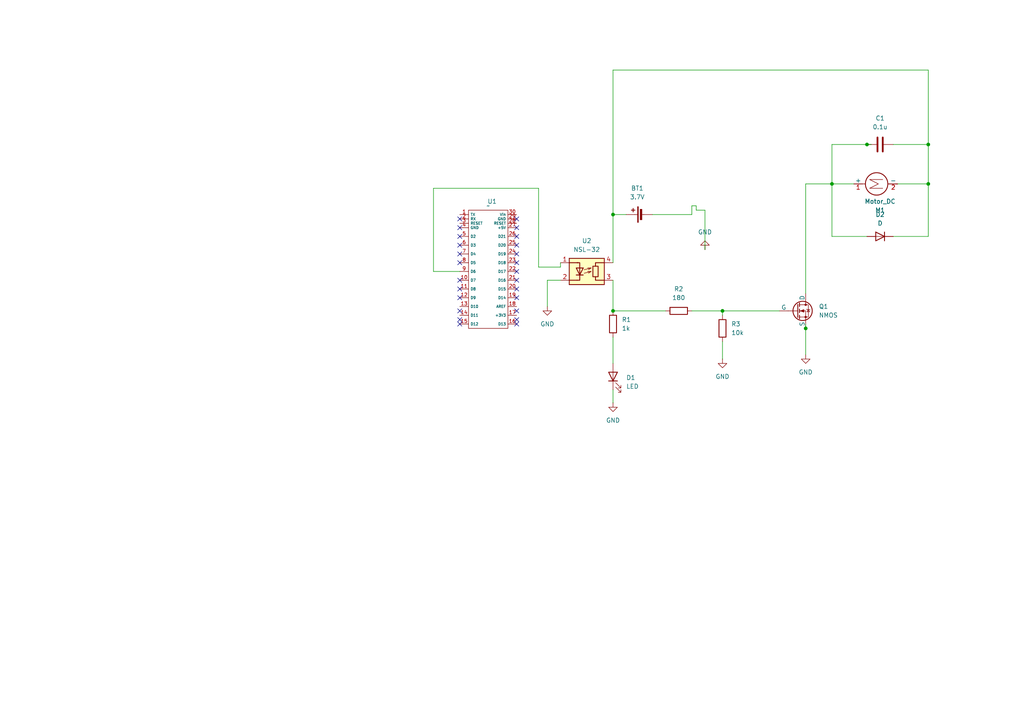
<source format=kicad_sch>
(kicad_sch (version 20231120) (generator "eeschema") (generator_version "8.0")
  (paper "A4")
  (lib_symbols
    (symbol "1_my_custom_symbol_library:arduino_nano"
      (property "Reference" "U1" (at 6.858 20.32 0))
      (property "Value" "~" (at 5.715 19.05 0))
      (symbol "arduino_nano_1_1"
        (text_box "" (at 0 17.78 0) (size 11.43 -34.29) (fill (type color)) (effects (font (size 1.27 1.27)) (justify left top)))
        (pin bidirectional line (at -2.54 16.51 0) (length 2.54) (name "TX") (number "1"))
        (pin bidirectional line (at -2.54 -2.54 0) (length 2.54) (name "D7") (number "10"))
        (pin bidirectional line (at -2.54 -5.08 0) (length 2.54) (name "D8") (number "11"))
        (pin bidirectional line (at -2.54 -7.62 0) (length 2.54) (name "D9") (number "12"))
        (pin bidirectional line (at -2.54 -10.16 0) (length 2.54) (name "D10") (number "13"))
        (pin bidirectional line (at -2.54 -12.7 0) (length 2.54) (name "D11") (number "14"))
        (pin bidirectional line (at -2.54 -15.24 0) (length 2.54) (name "D12") (number "15"))
        (pin bidirectional line (at 13.97 -15.24 180) (length 2.54) (name "D13") (number "16"))
        (pin power_out line (at 13.97 -12.7 180) (length 2.54) (name "+3V3") (number "17"))
        (pin bidirectional line (at 13.97 -10.16 180) (length 2.54) (name "AREF") (number "18"))
        (pin bidirectional line (at 13.97 -7.62 180) (length 2.54) (name "D14") (number "19"))
        (pin bidirectional line (at -2.54 15.24 0) (length 2.54) (name "RX") (number "2"))
        (pin bidirectional line (at 13.97 -5.08 180) (length 2.54) (name "D15") (number "20"))
        (pin bidirectional line (at 13.97 -2.54 180) (length 2.54) (name "D16") (number "21"))
        (pin bidirectional line (at 13.97 0 180) (length 2.54) (name "D17") (number "22"))
        (pin bidirectional line (at 13.97 2.54 180) (length 2.54) (name "D18") (number "23"))
        (pin bidirectional line (at 13.97 5.08 180) (length 2.54) (name "D19") (number "24"))
        (pin bidirectional line (at 13.97 7.62 180) (length 2.54) (name "D20") (number "25"))
        (pin bidirectional line (at 13.97 10.16 180) (length 2.54) (name "D21") (number "26"))
        (pin input line (at 13.97 12.7 180) (length 2.54) (name "+5V") (number "27"))
        (pin input line (at 13.97 13.97 180) (length 2.54) (name "RESET") (number "28"))
        (pin input line (at 13.97 15.24 180) (length 2.54) (name "GND") (number "29"))
        (pin input line (at -2.54 13.97 0) (length 2.54) (name "RESET") (number "3"))
        (pin power_in line (at 13.97 16.51 180) (length 2.54) (name "Vin") (number "30"))
        (pin input line (at -2.54 12.7 0) (length 2.54) (name "GND") (number "4"))
        (pin bidirectional line (at -2.54 10.16 0) (length 2.54) (name "D2") (number "5"))
        (pin bidirectional line (at -2.54 7.62 0) (length 2.54) (name "D3") (number "6"))
        (pin bidirectional line (at -2.54 5.08 0) (length 2.54) (name "D4") (number "7"))
        (pin bidirectional line (at -2.54 2.54 0) (length 2.54) (name "D5") (number "8"))
        (pin bidirectional line (at -2.54 0 0) (length 2.54) (name "D6") (number "9"))
      )
    )
    (symbol "Device:Battery_Cell" (pin_numbers hide) (pin_names (offset 0) hide)
      (property "Reference" "BT" (at 2.54 2.54 0))
      (property "Value" "Battery_Cell" (at 2.54 0 0))
      (symbol "Battery_Cell_0_1"
        (rectangle (start -2.286 1.778) (end 2.286 1.524) (fill (type outline)))
        (rectangle (start -1.524 1.016) (end 1.524 0.508) (fill (type outline)))
        (polyline (pts (xy 0 0.762) (xy 0 0)))
        (polyline (pts (xy 0 1.778) (xy 0 2.54)))
        (polyline (pts (xy 0.762 3.048) (xy 1.778 3.048)) (stroke (width 0.254)))
        (polyline (pts (xy 1.27 3.556) (xy 1.27 2.54)) (stroke (width 0.254)))
      )
      (symbol "Battery_Cell_1_1"
        (pin passive line (at 0 5.08 270) (length 2.54) (name "+") (number "1"))
        (pin passive line (at 0 -2.54 90) (length 2.54) (name "-") (number "2"))
      )
    )
    (symbol "Device:C" (pin_numbers hide) (pin_names (offset 0.254))
      (property "Reference" "C" (at 0.635 2.54 0))
      (property "Value" "C" (at 0.635 -2.54 0))
      (symbol "C_0_1"
        (polyline (pts (xy -2.032 -0.762) (xy 2.032 -0.762)) (stroke (width 0.508)))
        (polyline (pts (xy -2.032 0.762) (xy 2.032 0.762)) (stroke (width 0.508)))
      )
      (symbol "C_1_1"
        (pin passive line (at 0 3.81 270) (length 2.794) (name "~") (number "1"))
        (pin passive line (at 0 -3.81 90) (length 2.794) (name "~") (number "2"))
      )
    )
    (symbol "Device:D" (pin_numbers hide) (pin_names (offset 1.016) hide)
      (property "Reference" "D" (at 0 2.54 0))
      (property "Value" "D" (at 0 -2.54 0))
      (symbol "D_0_1"
        (polyline (pts (xy -1.27 1.27) (xy -1.27 -1.27)) (stroke (width 0.254)))
        (polyline (pts (xy 1.27 0) (xy -1.27 0)))
        (polyline (pts (xy 1.27 1.27) (xy 1.27 -1.27) (xy -1.27 0) (xy 1.27 1.27)) (stroke (width 0.254)))
      )
      (symbol "D_1_1"
        (pin passive line (at -3.81 0 0) (length 2.54) (name "K") (number "1"))
        (pin passive line (at 3.81 0 180) (length 2.54) (name "A") (number "2"))
      )
    )
    (symbol "Device:LED" (pin_numbers hide) (pin_names (offset 1.016) hide)
      (property "Reference" "D" (at 0 2.54 0))
      (property "Value" "LED" (at 0 -2.54 0))
      (symbol "LED_0_1"
        (polyline (pts (xy -1.27 -1.27) (xy -1.27 1.27)) (stroke (width 0.254)))
        (polyline (pts (xy -1.27 0) (xy 1.27 0)))
        (polyline (pts (xy 1.27 -1.27) (xy 1.27 1.27) (xy -1.27 0) (xy 1.27 -1.27)) (stroke (width 0.254)))
        (polyline (pts (xy -3.048 -0.762) (xy -4.572 -2.286) (xy -3.81 -2.286) (xy -4.572 -2.286) (xy -4.572 -1.524)))
        (polyline (pts (xy -1.778 -0.762) (xy -3.302 -2.286) (xy -2.54 -2.286) (xy -3.302 -2.286) (xy -3.302 -1.524)))
      )
      (symbol "LED_1_1"
        (pin passive line (at -3.81 0 0) (length 2.54) (name "K") (number "1"))
        (pin passive line (at 3.81 0 180) (length 2.54) (name "A") (number "2"))
      )
    )
    (symbol "Device:R" (pin_numbers hide) (pin_names (offset 0))
      (property "Reference" "R" (at 2.032 0 90))
      (property "Value" "R" (at 0 0 90))
      (symbol "R_0_1"
        (rectangle (start -1.016 -2.54) (end 1.016 2.54) (stroke (width 0.254)))
      )
      (symbol "R_1_1"
        (pin passive line (at 0 3.81 270) (length 1.27) (name "~") (number "1"))
        (pin passive line (at 0 -3.81 90) (length 1.27) (name "~") (number "2"))
      )
    )
    (symbol "Isolator:NSL-32" (pin_names (offset 0.762) hide)
      (property "Reference" "U" (at 0 5.08 0))
      (property "Value" "NSL-32" (at 0 -5.08 0))
      (symbol "NSL-32_0_1"
        (rectangle (start -5.08 3.81) (end 5.08 -3.81) (stroke (width 0.254)) (fill (type background)))
        (polyline (pts (xy -5.08 2.54) (xy -2.54 2.54)) (stroke (width 0.254)))
        (polyline (pts (xy -2.794 -2.54) (xy -5.08 -2.54)) (stroke (width 0.254)))
        (polyline (pts (xy -1.016 -1.016) (xy -3.048 -1.016) (xy -3.048 -1.016)) (stroke (width 0.254)))
        (polyline (pts (xy -0.762 -0.508) (xy 1.27 0) (xy 1.27 0)))
        (polyline (pts (xy -0.762 0.508) (xy 1.27 1.016) (xy 1.27 1.016)))
        (polyline (pts (xy 2.54 -1.524) (xy 2.54 -2.54) (xy 5.08 -2.54)) (stroke (width 0.254)))
        (polyline (pts (xy 2.54 1.524) (xy 2.54 2.54) (xy 5.08 2.54)) (stroke (width 0.254)))
        (polyline (pts (xy -2.794 -2.54) (xy -2.032 -2.54) (xy -2.032 2.54) (xy -2.794 2.54)) (stroke (width 0.254)))
        (polyline (pts (xy 0.254 0) (xy 1.27 0) (xy 0.508 -0.508) (xy 0.508 -0.508)))
        (polyline (pts (xy 0.254 1.016) (xy 1.27 1.016) (xy 0.508 0.508) (xy 0.508 0.508)))
        (polyline (pts (xy -1.016 1.016) (xy -3.048 1.016) (xy -2.032 -1.016) (xy -1.016 1.016) (xy -1.016 1.016) (xy -1.016 1.016)) (stroke (width 0.254)))
        (rectangle (start 1.778 1.524) (end 3.302 -1.524) (stroke (width 0.254)))
      )
      (symbol "NSL-32_1_1"
        (pin passive line (at -7.62 2.54 0) (length 2.54) (name "A") (number "1"))
        (pin passive line (at -7.62 -2.54 0) (length 2.54) (name "K") (number "2"))
        (pin passive line (at 7.62 -2.54 180) (length 2.54) (name "R") (number "3"))
        (pin passive line (at 7.62 2.54 180) (length 2.54) (name "R") (number "4"))
      )
    )
    (symbol "Motor:Motor_DC" (pin_names (offset 0))
      (property "Reference" "M" (at 2.54 2.54 0))
      (property "Value" "Motor_DC" (at 2.54 -5.08 0))
      (symbol "Motor_DC_0_0"
        (polyline (pts (xy -1.27 -3.302) (xy -1.27 0.508) (xy 0 -2.032) (xy 1.27 0.508) (xy 1.27 -3.302)))
      )
      (symbol "Motor_DC_0_1"
        (circle (center 0 -1.524) (radius 3.2512) (stroke (width 0.254)))
        (polyline (pts (xy 0 -7.62) (xy 0 -7.112)))
        (polyline (pts (xy 0 -4.7752) (xy 0 -5.1816)))
        (polyline (pts (xy 0 1.7272) (xy 0 2.0828)))
        (polyline (pts (xy 0 2.032) (xy 0 2.54)))
      )
      (symbol "Motor_DC_1_1"
        (pin passive line (at 0 5.08 270) (length 2.54) (name "+") (number "1"))
        (pin passive line (at 0 -7.62 90) (length 2.54) (name "-") (number "2"))
      )
    )
    (symbol "Simulation_SPICE:NMOS" (pin_numbers hide) (pin_names (offset 0))
      (property "Reference" "Q" (at 5.08 1.27 0))
      (property "Value" "NMOS" (at 5.08 -1.27 0))
      (symbol "NMOS_0_1"
        (polyline (pts (xy 0.254 0) (xy -2.54 0)))
        (polyline (pts (xy 0.254 1.905) (xy 0.254 -1.905)) (stroke (width 0.254)))
        (polyline (pts (xy 0.762 -1.27) (xy 0.762 -2.286)) (stroke (width 0.254)))
        (polyline (pts (xy 0.762 0.508) (xy 0.762 -0.508)) (stroke (width 0.254)))
        (polyline (pts (xy 0.762 2.286) (xy 0.762 1.27)) (stroke (width 0.254)))
        (polyline (pts (xy 2.54 2.54) (xy 2.54 1.778)))
        (polyline (pts (xy 2.54 -2.54) (xy 2.54 0) (xy 0.762 0)))
        (polyline (pts (xy 0.762 -1.778) (xy 3.302 -1.778) (xy 3.302 1.778) (xy 0.762 1.778)))
        (polyline (pts (xy 1.016 0) (xy 2.032 0.381) (xy 2.032 -0.381) (xy 1.016 0)) (fill (type outline)))
        (polyline (pts (xy 2.794 0.508) (xy 2.921 0.381) (xy 3.683 0.381) (xy 3.81 0.254)))
        (polyline (pts (xy 3.302 0.381) (xy 2.921 -0.254) (xy 3.683 -0.254) (xy 3.302 0.381)))
        (circle (center 1.651 0) (radius 2.794) (stroke (width 0.254)))
        (circle (center 2.54 -1.778) (radius 0.254) (fill (type outline)))
        (circle (center 2.54 1.778) (radius 0.254) (fill (type outline)))
      )
      (symbol "NMOS_1_1"
        (pin passive line (at 2.54 5.08 270) (length 2.54) (name "D") (number "1"))
        (pin input line (at -5.08 0 0) (length 2.54) (name "G") (number "2"))
        (pin passive line (at 2.54 -5.08 90) (length 2.54) (name "S") (number "3"))
      )
    )
    (symbol "power:GND" (power) (pin_numbers hide) (pin_names (offset 0) hide)
      (property "Value" "GND" (at 0 -3.81 0))
      (symbol "GND_0_1"
        (polyline (pts (xy 0 0) (xy 0 -1.27) (xy 1.27 -1.27) (xy 0 -2.54) (xy -1.27 -1.27) (xy 0 -1.27)))
      )
      (symbol "GND_1_1"
        (pin power_in line (at 0 0 270) (length 0) (name "~") (number "1"))
      )
    )
  )
  (junction (at 269.24 41.91))
  (junction (at 209.55 90.17))
  (junction (at 177.8 62.23))
  (junction (at 233.68 95.25))
  (junction (at 269.24 53.34))
  (junction (at 251.46 41.91))
  (junction (at 241.3 53.34))
  (junction (at 177.8 90.17))
  (no_connect (at 149.86 73.66))
  (no_connect (at 133.35 83.82))
  (no_connect (at 149.86 63.5))
  (no_connect (at 133.35 73.66))
  (no_connect (at 133.35 90.17))
  (no_connect (at 133.35 93.98))
  (no_connect (at 133.35 63.5))
  (no_connect (at 133.35 86.36))
  (no_connect (at 149.86 90.17))
  (no_connect (at 133.35 71.12))
  (no_connect (at 133.35 76.2))
  (no_connect (at 149.86 81.28))
  (no_connect (at 149.86 83.82))
  (no_connect (at 133.35 81.28))
  (no_connect (at 149.86 78.74))
  (no_connect (at 149.86 93.98))
  (no_connect (at 149.86 92.71))
  (no_connect (at 133.35 68.58))
  (no_connect (at 149.86 68.58))
  (no_connect (at 133.35 92.71))
  (no_connect (at 149.86 86.36))
  (no_connect (at 133.35 66.04))
  (no_connect (at 149.86 71.12))
  (no_connect (at 149.86 76.2))
  (no_connect (at 149.86 66.04))
  (wire (pts (xy 241.3 68.58) (xy 241.3 53.34)))
  (wire (pts (xy 241.3 41.91) (xy 251.46 41.91)))
  (wire (pts (xy 177.8 62.23) (xy 181.61 62.23)))
  (wire (pts (xy 233.68 85.09) (xy 233.68 53.34)))
  (wire (pts (xy 209.55 99.06) (xy 209.55 104.14)))
  (wire (pts (xy 269.24 20.32) (xy 269.24 41.91)))
  (wire (pts (xy 177.8 20.32) (xy 269.24 20.32)))
  (wire (pts (xy 200.66 90.17) (xy 209.55 90.17)))
  (wire (pts (xy 260.35 53.34) (xy 269.24 53.34)))
  (wire (pts (xy 125.73 54.61) (xy 156.21 54.61)))
  (wire (pts (xy 251.46 41.91) (xy 252.73 41.91)))
  (wire (pts (xy 201.93 59.69) (xy 201.93 60.96)))
  (wire (pts (xy 233.68 53.34) (xy 241.3 53.34)))
  (wire (pts (xy 177.8 113.03) (xy 177.8 116.84)))
  (wire (pts (xy 156.21 77.47) (xy 162.56 77.47)))
  (wire (pts (xy 241.3 41.91) (xy 241.3 53.34)))
  (wire (pts (xy 177.8 76.2) (xy 177.8 62.23)))
  (wire (pts (xy 241.3 53.34) (xy 247.65 53.34)))
  (wire (pts (xy 209.55 90.17) (xy 209.55 91.44)))
  (wire (pts (xy 133.35 78.74) (xy 125.73 78.74)))
  (wire (pts (xy 156.21 54.61) (xy 156.21 77.47)))
  (wire (pts (xy 177.8 81.28) (xy 177.8 90.17)))
  (wire (pts (xy 158.75 81.28) (xy 158.75 88.9)))
  (wire (pts (xy 233.68 95.25) (xy 233.68 102.87)))
  (wire (pts (xy 177.8 90.17) (xy 193.04 90.17)))
  (wire (pts (xy 251.46 68.58) (xy 241.3 68.58)))
  (wire (pts (xy 177.8 97.79) (xy 177.8 105.41)))
  (wire (pts (xy 158.75 81.28) (xy 162.56 81.28)))
  (wire (pts (xy 204.47 60.96) (xy 201.93 60.96)))
  (wire (pts (xy 209.55 90.17) (xy 226.06 90.17)))
  (wire (pts (xy 177.8 62.23) (xy 177.8 20.32)))
  (wire (pts (xy 200.66 59.69) (xy 200.66 62.23)))
  (wire (pts (xy 259.08 41.91) (xy 269.24 41.91)))
  (wire (pts (xy 259.08 68.58) (xy 269.24 68.58)))
  (wire (pts (xy 200.66 62.23) (xy 189.23 62.23)))
  (wire (pts (xy 204.47 60.96) (xy 204.47 72.39)))
  (wire (pts (xy 269.24 41.91) (xy 269.24 53.34)))
  (wire (pts (xy 233.68 93.98) (xy 233.68 95.25)))
  (wire (pts (xy 162.56 77.47) (xy 162.56 76.2)))
  (wire (pts (xy 125.73 78.74) (xy 125.73 54.61)))
  (wire (pts (xy 200.66 59.69) (xy 201.93 59.69)))
  (wire (pts (xy 269.24 68.58) (xy 269.24 53.34)))
  (symbol (lib_id "Device:R") (at 196.85 90.17 90) (unit 1)
    (property "Reference" "R2" (at 196.85 83.82 90))
    (property "Value" "180" (at 196.85 86.36 90))
    (property "Footprint" "Resistor_SMD:R_0805_2012Metric_Pad1.20x1.40mm_HandSolder" (effects (hide yes)))
    (property "Description" "Resistor" (effects (hide yes)))
  )
  (symbol (lib_id "Device:R") (at 209.55 95.25 0) (unit 1)
    (property "Reference" "R3" (at 212.09 93.9799 0) (effects (justify left)))
    (property "Value" "10k" (at 212.09 96.5199 0) (effects (justify left)))
    (property "Footprint" "Resistor_SMD:R_0805_2012Metric_Pad1.20x1.40mm_HandSolder" (effects (hide yes)))
    (property "Description" "Resistor" (effects (hide yes)))
  )
  (symbol (lib_id "Device:D") (at 255.27 68.58 0) (mirror y) (unit 1)
    (property "Reference" "D2" (at 255.27 62.23 0))
    (property "Value" "D" (at 255.27 64.77 0))
    (property "Footprint" "Diode_SMD:D_1206_3216Metric_Pad1.42x1.75mm_HandSolder" (effects (hide yes)))
    (property "Description" "Diode" (effects (hide yes)))
    (property "Sim.Device" "D" (effects (hide yes)))
    (property "Sim.Pins" "1=K 2=A" (effects (hide yes)))
  )
  (symbol (lib_id "Simulation_SPICE:NMOS") (at 231.14 90.17 0) (unit 1)
    (property "Reference" "Q1" (at 237.49 88.8999 0) (effects (justify left)))
    (property "Value" "NMOS" (at 237.49 91.4399 0) (effects (justify left)))
    (property "Footprint" "Package_TO_SOT_THT:TO-92L_HandSolder" (effects (hide yes)))
    (property "Datasheet" "https://ngspice.sourceforge.io/docs/ngspice-html-manual/manual.xhtml#cha_MOSFETs" (effects (hide yes)))
    (property "Description" "N-MOSFET transistor, drain/source/gate" (effects (hide yes)))
    (property "Sim.Device" "NMOS" (effects (hide yes)))
    (property "Sim.Type" "VDMOS" (effects (hide yes)))
    (property "Sim.Pins" "1=D 2=G 3=S" (effects (hide yes)))
  )
  (symbol (lib_id "Device:C") (at 255.27 41.91 90) (unit 1)
    (property "Reference" "C1" (at 255.27 34.29 90))
    (property "Value" "0.1u" (at 255.27 36.83 90))
    (property "Footprint" "Capacitor_SMD:C_0201_0603Metric" (effects (hide yes)))
    (property "Description" "Unpolarized capacitor" (effects (hide yes)))
  )
  (symbol (lib_id "power:GND") (at 204.47 72.39 0) (mirror x) (unit 1)
    (property "Reference" "#PWR02" (effects (hide yes)))
    (property "Value" "GND" (at 204.47 67.31 0))
    (property "Description" "Power symbol creates a global label with name \"GND\" , ground" (effects (hide yes)))
  )
  (symbol (lib_id "1_my_custom_symbol_library:arduino_nano") (at 135.89 78.74 0) (unit 1)
    (property "Reference" "U1" (at 142.748 58.42 0))
    (property "Value" "~" (at 141.605 59.69 0))
    (property "Footprint" "Module:Arduino_Nano_WithMountingHoles" (effects (hide yes)))
  )
  (symbol (lib_id "Device:LED") (at 177.8 109.22 90) (unit 1)
    (property "Reference" "D1" (at 181.61 109.5374 90) (effects (justify right)))
    (property "Value" "LED" (at 181.61 112.0774 90) (effects (justify right)))
    (property "Footprint" "LED_THT:LED_D3.0mm_IRGrey" (effects (hide yes)))
    (property "Description" "Light emitting diode" (effects (hide yes)))
  )
  (symbol (lib_id "Isolator:NSL-32") (at 170.18 78.74 0) (unit 1)
    (property "Reference" "U2" (at 170.18 69.85 0))
    (property "Value" "NSL-32" (at 170.18 72.39 0))
    (property "Footprint" "OptoDevice:Luna_NSL-32" (effects (hide yes)))
    (property "Datasheet" "http://lunainc.com/wp-content/uploads/2016/06/NSL-32.pdf" (effects (hide yes)))
    (property "Description" "Optocoupler, LED Input, Photocell Output" (effects (hide yes)))
  )
  (symbol (lib_id "power:GND") (at 177.8 116.84 0) (unit 1)
    (property "Reference" "#PWR04" (effects (hide yes)))
    (property "Value" "GND" (at 177.8 121.92 0))
    (property "Description" "Power symbol creates a global label with name \"GND\" , ground" (effects (hide yes)))
  )
  (symbol (lib_id "Device:R") (at 177.8 93.98 0) (unit 1)
    (property "Reference" "R1" (at 180.34 92.7099 0) (effects (justify left)))
    (property "Value" "1k" (at 180.34 95.2499 0) (effects (justify left)))
    (property "Footprint" "Resistor_SMD:R_0805_2012Metric_Pad1.20x1.40mm_HandSolder" (effects (hide yes)))
    (property "Description" "Resistor" (effects (hide yes)))
  )
  (symbol (lib_id "Device:Battery_Cell") (at 186.69 62.23 90) (unit 1)
    (property "Reference" "BT1" (at 184.8485 54.61 90))
    (property "Value" "3.7V" (at 184.8485 57.15 90))
    (property "Footprint" "Connector:JWT_A3963_1x02_P3.96mm_Vertical" (effects (hide yes)))
    (property "Description" "Single-cell battery" (effects (hide yes)))
  )
  (symbol (lib_id "Motor:Motor_DC") (at 252.73 53.34 90) (unit 1)
    (property "Reference" "M1" (at 255.27 60.96 90))
    (property "Value" "Motor_DC" (at 255.27 58.42 90))
    (property "Footprint" "Connector:JWT_A3963_1x02_P3.96mm_Vertical" (effects (hide yes)))
    (property "Description" "DC Motor" (effects (hide yes)))
  )
  (symbol (lib_id "power:GND") (at 233.68 102.87 0) (unit 1)
    (property "Reference" "#PWR05" (effects (hide yes)))
    (property "Value" "GND" (at 233.68 107.95 0))
    (property "Description" "Power symbol creates a global label with name \"GND\" , ground" (effects (hide yes)))
  )
  (symbol (lib_id "power:GND") (at 158.75 88.9 0) (unit 1)
    (property "Reference" "#PWR01" (effects (hide yes)))
    (property "Value" "GND" (at 158.75 93.98 0))
    (property "Description" "Power symbol creates a global label with name \"GND\" , ground" (effects (hide yes)))
  )
  (symbol (lib_id "power:GND") (at 209.55 104.14 0) (unit 1)
    (property "Reference" "#PWR03" (effects (hide yes)))
    (property "Value" "GND" (at 209.55 109.22 0))
    (property "Description" "Power symbol creates a global label with name \"GND\" , ground" (effects (hide yes)))
  )
)
</source>
